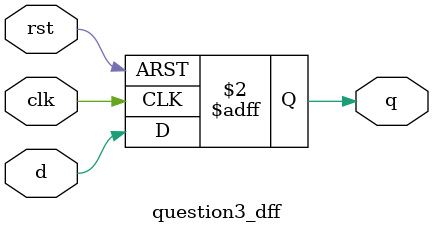
<source format=v>
module question3_dff (
    input clk,
    input rst,
    input d,
    output reg q
    );
 
    always @(negedge clk or posedge rst) begin
        if (rst) 
            q <= 0;
        else
            q <= d;
    end
 
endmodule
</source>
